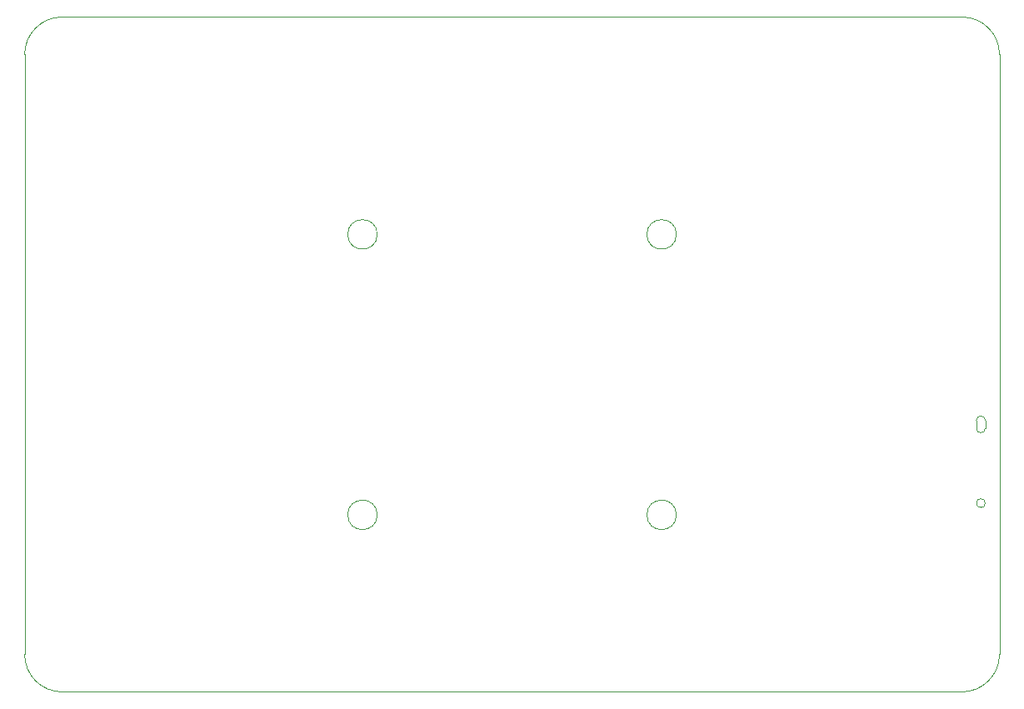
<source format=gm1>
G04 #@! TF.GenerationSoftware,KiCad,Pcbnew,8.0.0*
G04 #@! TF.CreationDate,2024-07-21T16:15:32-03:00*
G04 #@! TF.ProjectId,STM32XP,53544d33-3258-4502-9e6b-696361645f70,00*
G04 #@! TF.SameCoordinates,Original*
G04 #@! TF.FileFunction,Profile,NP*
%FSLAX46Y46*%
G04 Gerber Fmt 4.6, Leading zero omitted, Abs format (unit mm)*
G04 Created by KiCad (PCBNEW 8.0.0) date 2024-07-21 16:15:32*
%MOMM*%
%LPD*%
G01*
G04 APERTURE LIST*
G04 #@! TA.AperFunction,Profile*
%ADD10C,0.050000*%
G04 #@! TD*
G04 APERTURE END LIST*
D10*
X104280000Y-134290000D02*
X195720000Y-134290000D01*
X100470000Y-69520000D02*
G75*
G02*
X104280000Y-65710000I3810000J0D01*
G01*
X100470000Y-69520000D02*
X100470000Y-130480000D01*
X104280000Y-134290000D02*
G75*
G02*
X100470000Y-130480000I0J3810000D01*
G01*
X104280000Y-65710000D02*
X195720000Y-65710000D01*
X199530000Y-130480000D02*
G75*
G02*
X195720000Y-134290000I-3810000J0D01*
G01*
X195720000Y-65710000D02*
G75*
G02*
X199530000Y-69520000I0J-3810000D01*
G01*
X199530000Y-130480000D02*
X199530000Y-69520000D01*
G04 #@! TO.C,J5*
X197188000Y-107510000D02*
X197188000Y-106710000D01*
X198088000Y-106710000D02*
X198088000Y-107510000D01*
X197188000Y-106710000D02*
G75*
G02*
X198088000Y-106710000I450000J0D01*
G01*
X198088000Y-107510000D02*
G75*
G02*
X197188000Y-107510000I-450000J0D01*
G01*
X198088000Y-115110000D02*
G75*
G02*
X197188000Y-115110000I-450000J0D01*
G01*
X197188000Y-115110000D02*
G75*
G02*
X198088000Y-115110000I450000J0D01*
G01*
G04 #@! TO.C,U4*
X166700000Y-116300000D02*
G75*
G02*
X163700000Y-116300000I-1500000J0D01*
G01*
X163700000Y-116300000D02*
G75*
G02*
X166700000Y-116300000I1500000J0D01*
G01*
X166700000Y-87800000D02*
G75*
G02*
X163700000Y-87800000I-1500000J0D01*
G01*
X163700000Y-87800000D02*
G75*
G02*
X166700000Y-87800000I1500000J0D01*
G01*
X136300000Y-116300000D02*
G75*
G02*
X133300000Y-116300000I-1500000J0D01*
G01*
X133300000Y-116300000D02*
G75*
G02*
X136300000Y-116300000I1500000J0D01*
G01*
X136300000Y-87800000D02*
G75*
G02*
X133300000Y-87800000I-1500000J0D01*
G01*
X133300000Y-87800000D02*
G75*
G02*
X136300000Y-87800000I1500000J0D01*
G01*
G04 #@! TD*
M02*

</source>
